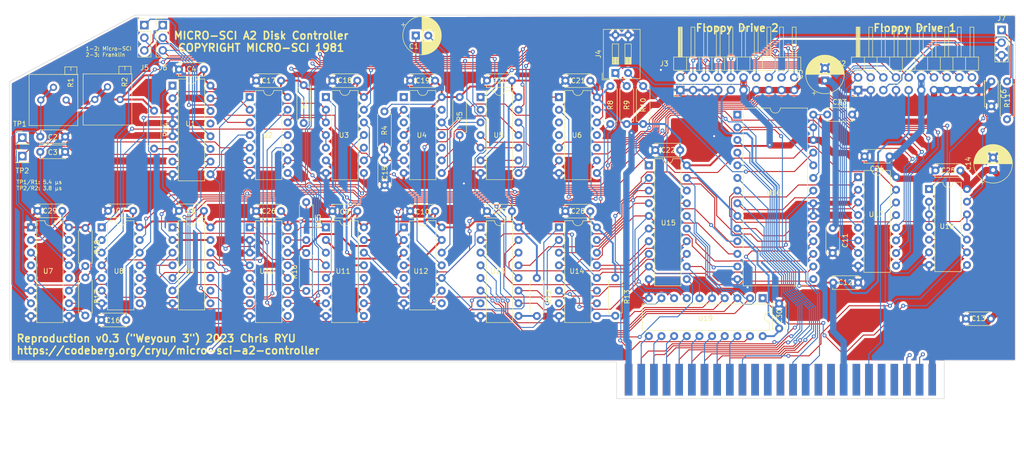
<source format=kicad_pcb>
(kicad_pcb (version 20221018) (generator pcbnew)

  (general
    (thickness 1.6)
  )

  (paper "A4")
  (layers
    (0 "F.Cu" signal)
    (31 "B.Cu" signal)
    (32 "B.Adhes" user "B.Adhesive")
    (33 "F.Adhes" user "F.Adhesive")
    (34 "B.Paste" user)
    (35 "F.Paste" user)
    (36 "B.SilkS" user "B.Silkscreen")
    (37 "F.SilkS" user "F.Silkscreen")
    (38 "B.Mask" user)
    (39 "F.Mask" user)
    (40 "Dwgs.User" user "User.Drawings")
    (41 "Cmts.User" user "User.Comments")
    (42 "Eco1.User" user "User.Eco1")
    (43 "Eco2.User" user "User.Eco2")
    (44 "Edge.Cuts" user)
    (45 "Margin" user)
    (46 "B.CrtYd" user "B.Courtyard")
    (47 "F.CrtYd" user "F.Courtyard")
    (48 "B.Fab" user)
    (49 "F.Fab" user)
    (50 "User.1" user)
    (51 "User.2" user)
    (52 "User.3" user)
    (53 "User.4" user)
    (54 "User.5" user)
    (55 "User.6" user)
    (56 "User.7" user)
    (57 "User.8" user)
    (58 "User.9" user)
  )

  (setup
    (stackup
      (layer "F.SilkS" (type "Top Silk Screen"))
      (layer "F.Paste" (type "Top Solder Paste"))
      (layer "F.Mask" (type "Top Solder Mask") (thickness 0.01))
      (layer "F.Cu" (type "copper") (thickness 0.035))
      (layer "dielectric 1" (type "core") (thickness 1.51) (material "FR4") (epsilon_r 4.5) (loss_tangent 0.02))
      (layer "B.Cu" (type "copper") (thickness 0.035))
      (layer "B.Mask" (type "Bottom Solder Mask") (thickness 0.01))
      (layer "B.Paste" (type "Bottom Solder Paste"))
      (layer "B.SilkS" (type "Bottom Silk Screen"))
      (copper_finish "None")
      (dielectric_constraints no)
    )
    (pad_to_mask_clearance 0)
    (pcbplotparams
      (layerselection 0x00010fc_ffffffff)
      (plot_on_all_layers_selection 0x0000000_00000000)
      (disableapertmacros false)
      (usegerberextensions false)
      (usegerberattributes true)
      (usegerberadvancedattributes true)
      (creategerberjobfile true)
      (dashed_line_dash_ratio 12.000000)
      (dashed_line_gap_ratio 3.000000)
      (svgprecision 4)
      (plotframeref false)
      (viasonmask false)
      (mode 1)
      (useauxorigin false)
      (hpglpennumber 1)
      (hpglpenspeed 20)
      (hpglpendiameter 15.000000)
      (dxfpolygonmode true)
      (dxfimperialunits true)
      (dxfusepcbnewfont true)
      (psnegative false)
      (psa4output false)
      (plotreference true)
      (plotvalue true)
      (plotinvisibletext false)
      (sketchpadsonfab false)
      (subtractmaskfromsilk false)
      (outputformat 1)
      (mirror false)
      (drillshape 1)
      (scaleselection 1)
      (outputdirectory "")
    )
  )

  (net 0 "")
  (net 1 "+5V")
  (net 2 "Net-(U4B-THR)")
  (net 3 "Net-(U7B-RCext)")
  (net 4 "GND")
  (net 5 "Net-(U7A-RCext)")
  (net 6 "Net-(J1-~{DMAIN})")
  (net 7 "Net-(J1-~{INTIN})")
  (net 8 "unconnected-(J1-~{DMA}-Pad22)")
  (net 9 "unconnected-(J1-~{RDY}-Pad21)")
  (net 10 "unconnected-(J1-~{IOSTRB}-Pad20)")
  (net 11 "unconnected-(J1-SYNC-Pad19)")
  (net 12 "R{slash}~{W}")
  (net 13 "unconnected-(J1-A15-Pad17)")
  (net 14 "unconnected-(J1-A14-Pad16)")
  (net 15 "unconnected-(J1-A13-Pad15)")
  (net 16 "unconnected-(J1-A12-Pad14)")
  (net 17 "unconnected-(J1-A11-Pad13)")
  (net 18 "unconnected-(J1-A10-Pad12)")
  (net 19 "unconnected-(J1-A9-Pad11)")
  (net 20 "unconnected-(J1-A8-Pad10)")
  (net 21 "A7")
  (net 22 "A6")
  (net 23 "A5")
  (net 24 "A4")
  (net 25 "A3")
  (net 26 "A2")
  (net 27 "A1")
  (net 28 "A0")
  (net 29 "~{IOSEL}")
  (net 30 "unconnected-(J1-~{NMI}-Pad29)")
  (net 31 "unconnected-(J1-~{IRQ}-Pad30)")
  (net 32 "~{RESET}")
  (net 33 "unconnected-(J1-~{INH}-Pad32)")
  (net 34 "-12V")
  (net 35 "-5V")
  (net 36 "unconnected-(J1-COLORREF{slash}M2B0-Pad35)")
  (net 37 "7M")
  (net 38 "Q3")
  (net 39 "unconnected-(J1-PHI1-Pad38)")
  (net 40 "unconnected-(J1-USER1{slash}SYNC{slash}M2SEL-Pad39)")
  (net 41 "unconnected-(J1-PHI0-Pad40)")
  (net 42 "~{DEVSEL}")
  (net 43 "D7")
  (net 44 "D6")
  (net 45 "D5")
  (net 46 "D4")
  (net 47 "D3")
  (net 48 "D2")
  (net 49 "D1")
  (net 50 "D0")
  (net 51 "+12V")
  (net 52 "PH0")
  (net 53 "PH1")
  (net 54 "PH2")
  (net 55 "PH3")
  (net 56 "~{WREQ}")
  (net 57 "~{EN.A}")
  (net 58 "RD")
  (net 59 "WR")
  (net 60 "PWM")
  (net 61 "~{EN.B}")
  (net 62 "Net-(U4A-THR)")
  (net 63 "Net-(U1-~{MR})")
  (net 64 "Net-(U1-CEP)")
  (net 65 "Net-(J5-Pin_1)")
  (net 66 "Net-(J5-Pin_3)")
  (net 67 "unconnected-(U1-Q1-Pad13)")
  (net 68 "Net-(U1-TC)")
  (net 69 "Net-(U2-Pad3)")
  (net 70 "Net-(U11-D1)")
  (net 71 "CLOCK_0")
  (net 72 "CLOCK_1")
  (net 73 "S_CLK")
  (net 74 "Net-(U2-Pad10)")
  (net 75 "Net-(U12B-Q)")
  (net 76 "Net-(U2-Pad13)")
  (net 77 "Net-(U3-Pad4)")
  (net 78 "Net-(U3-Pad12)")
  (net 79 "Net-(U11-Cp)")
  (net 80 "unconnected-(U4A-DIS-Pad1)")
  (net 81 "unconnected-(U4A-CV-Pad3)")
  (net 82 "Net-(U4A-Q)")
  (net 83 "unconnected-(U4B-R-Pad10)")
  (net 84 "unconnected-(U4B-CV-Pad11)")
  (net 85 "unconnected-(U4B-DIS-Pad13)")
  (net 86 "DRVSEL")
  (net 87 "RW1")
  (net 88 "ENABLE")
  (net 89 "unconnected-(U6-Pad10)")
  (net 90 "unconnected-(U6-Pad11)")
  (net 91 "WRITE")
  (net 92 "unconnected-(U7A-~{Q}-Pad4)")
  (net 93 "unconnected-(U7B-~{Q}-Pad12)")
  (net 94 "DATA_CLK")
  (net 95 "Net-(U8-Pad11)")
  (net 96 "LATCH_D7")
  (net 97 "unconnected-(U9-Pad8)")
  (net 98 "unconnected-(U9-Pad9)")
  (net 99 "unconnected-(U9-Pad10)")
  (net 100 "DATA_RST")
  (net 101 "unconnected-(U10A-Q-Pad6)")
  (net 102 "unconnected-(U10B-~{Q}-Pad9)")
  (net 103 "Net-(U11-D4)")
  (net 104 "Net-(U10B-~{K})")
  (net 105 "Net-(U11-D3)")
  (net 106 "unconnected-(U12A-Q-Pad5)")
  (net 107 "unconnected-(U12B-~{Q}-Pad8)")
  (net 108 "LATCH_D3")
  (net 109 "unconnected-(U13-Dsl-Pad7)")
  (net 110 "LATCH_D6")
  (net 111 "LATCH_D5")
  (net 112 "LATCH_D4")
  (net 113 "unconnected-(U14-Dsl-Pad7)")
  (net 114 "LATCH_D2")
  (net 115 "LATCH_D1")
  (net 116 "LATCH_D0")
  (net 117 "Net-(U15-OE)")
  (net 118 "Net-(U18-Pad2)")
  (net 119 "Net-(J6-Pin_2)")
  (net 120 "Net-(J6-Pin_3)")
  (net 121 "SDATA")
  (net 122 "~{TCNT}")
  (net 123 "~{RDSTS}")
  (net 124 "~{WRITE}")
  (net 125 "SR7")
  (net 126 "RDSTB")
  (net 127 "SS_DATA")
  (net 128 "BR_DATA")
  (net 129 "~{FF_RST}")
  (net 130 "GO")
  (net 131 "U12B_CLK")
  (net 132 "BQ3")
  (net 133 "~{WRT_CLK}")
  (net 134 "U12A_CLK")
  (net 135 "WRT_LD")
  (net 136 "~{SHFTCLK}")
  (net 137 "Net-(U16-A8)")
  (net 138 "Net-(U16-A9)")
  (net 139 "Net-(J2-Pin_5)")
  (net 140 "Net-(J7-Pin_1)")
  (net 141 "Net-(U13-S0)")
  (net 142 "Net-(U14-S0)")
  (net 143 "Net-(U1-D3)")
  (net 144 "Net-(U10B-~{R})")
  (net 145 "Net-(U10B-~{S})")
  (net 146 "Net-(U7A-Clr)")
  (net 147 "Net-(U7B-Clr)")
  (net 148 "Net-(J1-D7)")
  (net 149 "Net-(J1-D6)")
  (net 150 "Net-(J1-D5)")
  (net 151 "Net-(J1-D4)")
  (net 152 "Net-(J1-D3)")
  (net 153 "Net-(J1-D2)")
  (net 154 "Net-(J1-D1)")
  (net 155 "Net-(J1-D0)")
  (net 156 "unconnected-(U16-VPP-Pad1)")
  (net 157 "unconnected-(U6-Pad4)")
  (net 158 "unconnected-(U6-Pad3)")

  (footprint "Package_DIP:DIP-16_W7.62mm" (layer "F.Cu") (at 93.65 103.61))

  (footprint "Capacitor_THT:CP_Radial_D7.5mm_P2.50mm" (layer "F.Cu") (at 209.15 74.15 90))

  (footprint "Capacitor_THT:C_Disc_D5.0mm_W2.5mm_P5.00mm" (layer "F.Cu") (at 51.6 88.45))

  (footprint "Capacitor_THT:C_Disc_D5.0mm_W2.5mm_P5.00mm" (layer "F.Cu") (at 210.7 103.75 -90))

  (footprint "Connector_PinHeader_2.54mm:PinHeader_1x03_P2.54mm_Vertical" (layer "F.Cu") (at 244.6 63.975))

  (footprint "Capacitor_THT:C_Disc_D5.0mm_W2.5mm_P5.00mm" (layer "F.Cu") (at 146.3 74.15 180))

  (footprint "Package_DIP:DIP-16_W7.62mm" (layer "F.Cu") (at 108.95 103.61))

  (footprint "Capacitor_THT:C_Disc_D5.0mm_W2.5mm_P5.00mm" (layer "F.Cu") (at 115.25 100.35 180))

  (footprint "Capacitor_THT:C_Disc_D5.0mm_W2.5mm_P5.00mm" (layer "F.Cu") (at 68.85 122.2 180))

  (footprint "Capacitor_THT:C_Disc_D5.0mm_W2.5mm_P5.00mm" (layer "F.Cu") (at 210.8 114.7))

  (footprint "Connector_PinHeader_2.54mm:PinHeader_1x03_P2.54mm_Vertical" (layer "F.Cu") (at 72.5 63))

  (footprint "Capacitor_THT:C_Disc_D5.0mm_W2.5mm_P5.00mm" (layer "F.Cu") (at 146.3 100.35 180))

  (footprint "Resistor_THT:R_Axial_DIN0207_L6.3mm_D2.5mm_P7.62mm_Horizontal" (layer "F.Cu") (at 172.65 82.86 90))

  (footprint "Capacitor_THT:CP_Radial_D7.5mm_P2.50mm" (layer "F.Cu") (at 127 65.1))

  (footprint "Capacitor_THT:C_Disc_D5.0mm_W2.5mm_P5.00mm" (layer "F.Cu") (at 84.45 100.3 180))

  (footprint "Capacitor_THT:C_Disc_D5.0mm_W2.5mm_P5.00mm" (layer "F.Cu") (at 236.33 92.2 180))

  (footprint "Package_DIP:DIP-14_W7.62mm" (layer "F.Cu") (at 108.95 77.46))

  (footprint "Potentiometer_THT:Potentiometer_Bourns_3299P_Horizontal" (layer "F.Cu") (at 67.64 77.94 -90))

  (footprint "Capacitor_THT:C_Disc_D5.0mm_W2.5mm_P5.00mm" (layer "F.Cu") (at 70.24 100.3 180))

  (footprint "Resistor_THT:R_Axial_DIN0207_L6.3mm_D2.5mm_P7.62mm_Horizontal" (layer "F.Cu") (at 135.8 77.45 -90))

  (footprint "Resistor_THT:R_Axial_DIN0207_L6.3mm_D2.5mm_P7.62mm_Horizontal" (layer "F.Cu") (at 60.65 103.74 -90))

  (footprint "Capacitor_THT:C_Disc_D5.0mm_W2.5mm_P5.00mm" (layer "F.Cu") (at 199.95 123.9 90))

  (footprint "Capacitor_THT:C_Disc_D5.0mm_W2.5mm_P5.00mm" (layer "F.Cu") (at 162.03 74.15 180))

  (footprint "Capacitor_THT:C_Disc_D5.0mm_W2.5mm_P5.00mm" (layer "F.Cu") (at 130.88 100.35 180))

  (footprint "Package_DIP:DIP-14_W7.62mm" (layer "F.Cu") (at 124.58 77.46))

  (footprint "Resistor_THT:R_Axial_DIN0207_L6.3mm_D2.5mm_P7.62mm_Horizontal" (layer "F.Cu") (at 120.7 87.95 90))

  (footprint "Connector_PinHeader_2.54mm:PinHeader_1x03_P2.54mm_Vertical" (layer "F.Cu") (at 76.2 63))

  (footprint "Package_DIP:DIP-20_W7.62mm" (layer "F.Cu") (at 173.78 91.15))

  (footprint "Resistor_THT:R_Axial_DIN0207_L6.3mm_D2.5mm_P7.62mm_Horizontal" (layer "F.Cu") (at 105 98.55 -90))

  (footprint "Capacitor_THT:C_Disc_D5.0mm_W2.5mm_P5.00mm" (layer "F.Cu") (at 162.03 100.35 180))

  (footprint "apple2:Male_Card-Edge_50_pin__100_mil" (layer "F.Cu")
    (tstamp 73508db2-3506-4480-aca3-4c3ce6ca73fb)
    (at 200.2 134.2)
    (descr "A2_BUS")
    (property "Sheetfile" "bus_interface.kicad_sch")
    (property "Sheetname" "Bus Interface")
    (property "ki_description" "Apple II expansion bus")
    (path "/dabf4343-d5f5-4a32-954f-e109c2a00dbf/4ea1c7ee-a1be-4bb5-805a-999e282ee93c")
    (attr through_hole)
    (fp_text reference "J1" (at 0 -5.08) (layer "F.SilkS") hide
        (effects (font (size 1.016 0.762) (thickness 0.127)))
      (tstamp 5b5fab75-9b1e-46ce-918c-d2517bf29ed5)
    )
    (fp_text value "A2Bus" (at 0 5.08) (layer "F.SilkS") hide
        (effects (font (size 1.016 0.762) (thickness 0.127)))
      (tstamp aff57ccf-21db-41c0-9a21-9ad53bca9de1)
    )
    (fp_poly
      (pts
        (xy -32.893 -3.81)
        (xy -31.75 -3.81)
        (xy -31.75 3.81)
        (xy -32.893 3.81)
      )

      (stroke (width 0.001) (type solid)) (fill solid) (layer "B.Mask") (tstamp 4b0d97d0-400f-49db-abe3-29a13b8219c1))
    (fp_poly
      (pts
        (xy 32.893 -3.81)
        (xy 31.75 -3.81)
        (xy 31.75 3.81)
        (xy 32.893 3.81)
      )

      (stroke (width 0.001) (type solid)) (fill solid) (layer "B.Mask") (tstamp 50a0748d-5e7e-4500-aab1-a643683d6b0a))
    (fp_poly
      (pts
        (xy -32.893 -3.81)
        (xy -31.75 -3.81)
        (xy -31.75 3.81)
        (xy -32.893 3.81)
      )

      (stroke (width 0.001) (type solid)) (fill solid) (layer "F.Mask") (tstamp 6db6a2f6-e125-41a5-b2a3-6904769534ca))
    (fp_poly
      (pts
        (xy 32.893 -3.81)
        (xy 31.75 -3.81)
        (xy 31.75 3.81)
        (xy 32.893 3.81)
      )

      (stroke (width 0.001) (type solid)) (fill solid) (layer "F.Mask") (tstamp bec922b0-56e9-4b83-a9cd-da43108ba281))
    (pad "1" smd rect (at -30.48 0 270) (size 6.35 1.524) (layers "F.Cu" "F.Mask")
      (net 29 "~{IOSEL}") (pinfunction "~{IOSEL}") (pintype "output") (solder_mask_margin 0.65) (clearance 0.254) (tstamp 72c8e675-8d24-4182-ba12-eb3de37ee80c))
    (pad "2" smd rect (at -27.94 0 270) (size 6.35 1.524) (layers "F.Cu" "F.Mask")
      (net 28 "A0") (pinfunction "A0") (pintype "bidirectional") (solder_mask_margin 0.65) (clearance 0.254) (tstamp e8732e29-dda7-4bd9-a9fc-51a5fcd6cbb3))
    (pad "3" smd rect (at -25.4 0 270) (size 6.35 1.524) (layers "F.Cu" "F.Mask")
      (net 27 "A1") (pinfunction "A1") (pintype "bidirectional") (solder_mask_margin 0.65) (clearance 0.254) (tstamp e3a1d39e-648f-4709-83f6-f0f5c9b7f3d8))
    (pad "4" smd rect (at -22.86 0 270) (size 6.35 1.524) (layers "F.Cu" "F.Mask")
      (net 26 "A2") (pinfunction "A2") (pintype "bidirectional") (solder_mask_margin 0.65) (clearance 0.254) (tstamp 78031448-1c63-49de-82b4-6cd93f28307b))
    (pad "5" smd rect (at -20.32 0 270) (size 6.35 1.524) (layers "F.Cu" "F.Mask")
      (net 25 "A3") (pinfunction "A3") (pintype "bidirectional") (solder_mask_margin 0.65) (clearance 0.254) (tstamp e2fa773e-faa6-4d7e-84ce-2413ee501f3e))
    (pad "6" smd rect (at -17.78 0 270) (size 6.35 1.524) (layers "F.Cu" "F.Mask")
      (net 24 "A4") (pinfunction "A4") (pintype "bidirectional") (solder_mask_margin 0.65) (clearance 0.254) (tstamp 46d40f8d-e801-4aa7-af03-0b432fe5e231))
    (pad "7" smd rect (at -15.24 0 270) (size 6.35 1.524) (layers "F.Cu" "F.Mask")
      (net 23 "A5") (pinfunction "A5") (pintype "bidirectional") (solder_mask_margin 0.65) (clearance 0.254) (tstamp 761f7047-fe19-477d-a2e9-06ea5e4a7845))
    (pad "8" smd rect (at -12.7 0 270) (size 6.35 1.524) (layers "F.Cu" "F.Mask")
      (net 22 "A6") (pinfunction "A6") (pintype "bidirectional") (solder_mask_margin 0.65) (clearance 0.254) (tstamp 108a3e82-5879-4c6d-8412-9d9366bb673b))
    (pad "9" smd rect (at -10.16 0 270) (size 6.35 1.524) (layers "F.Cu" "F.Mask")
      (net 21 "A7") (pinfunction "A7") (pintype "bidirectional") (solder_mask_margin 0.65) (clearance 0.254) (tstamp 13fb5ed8-39a1-4dd8-b111-ae802da7ade1))
    (pad "10" smd rect (at -7.62 0 270) (size 6.35 1.524) (layers "F.Cu" "F.Mask")
      (net 20 "unconnected-(J1-A8-Pad10)") (pinfunction "A8") (pintype "bidirectional+no_connect") (solder_mask_margin 0.65) (clearance 0.254) (tstamp a994dcb7-08dd-49fb-ab99-8fdea619bb18))
    (pad "11" smd rect (at -5.08 0 270) (size 6.35 1.524) (layers "F.Cu" "F.Mask")
      (net 19 "unconnected-(J1-A9-Pad11)") (pinfunction "A9") (pintype "bidirectional+no_connect") (solder_mask_margin 0.65) (clearance 0.254) (tstamp 5f786b0b-7efb-4f10-ad6f-2cab987fb1a6))
    (pad "12" smd rect (at -2.54 0 270) (size 6.35 1.524) (layers "F.Cu" "F.Mask")
      (net 18 "unconnected-(J1-A10-Pad12)") (pinfunction "A10") (pintype "bidirectional+no_connect") (solder_mask_margin 0.65) (clearance 0.254) (tstamp 16430343-c407-4c34-961b-000650b505ac))
    (pad "13" smd rect (at 0 0 270) (size 6.35 1.524) (layers "F.Cu" "F.Mask")
      (net 17 "unconnected-(J1-A11-Pad13)") (pinfunction "A11") (pintype "bidirectional+no_connect") (solder_mask_margin 0.65) (clearance 0.254) (tstamp 693edeb9-b4b0-4d68-9c46-5e8a1069196c))
    (pad "14" smd rect (at 2.54 0 270) (size 6.35 1.524) (layers "F.Cu" "F.Mask")
      (net 16 "unconnected-(J1-A12-Pad14)") (pinfunction "A12") (pintype "bidirectional+no_connect") (solder_mask_margin 0.65) (clearance 0.254) (tstamp 4b1b2cce-055d-40f9-9ee0-f77fc664da23))
    (pad "15" smd rect (at 5.08 0 270) (size 6.35 1.524) (layers "F.Cu" "F.Mask")
      (net 15 "unconnected-(J1-A13-Pad15)") (pinfunction "A13") (pintype "bidirectional+no_connect") (solder_mask_margin 0.65) (clearance 0.254) (tstamp cfc991c5-4af7-495c-8f6f-40177cae59ce))
    (pad "16" smd rect (at 7.62 0 270) (size 6.35 1.524) (layers "F.Cu" "F.Mask")
      (net 14 "unconnected-(J1-A14-Pad16)") (pinfunction "A14") (pintype "bidirectional+no_connect") (solder_mask_margin 0.65) (clearance 0.254) (tstamp 5820ea93-90ab-4df0-bb1b-13944e784a8b))
    (pad "17" smd rect (at 10.16 0 270) (size 6.35 1.524) (layers "F.Cu" "F.Mask")
      (net 13 "unconnected-(J1-A15-Pad17)") (pinfunction "A15") (pintype "bidirectional+no_connect") (solder_mask_margin 0.65) (clearance 0.254) (tstamp 24a42c8c-8d4e-4f05-89b0-53204f489978))
    (pad "18" smd rect (at 12.7 0 270) (size 6.35 1.524) (layers "F.Cu" "F.Mask")
      (net 12 "R{slash}~{W}") (pinfunction "R/~{W}") (pintype "bidirectional") (solder_mask_margin 0.65) (clearance 0.254) (tstamp 298da0d3-1f07-46da-a2ac-58160892ed03))
    (pad "19" smd rect (at 15.24 0 270) (size 6.35 1.524) (layers "F.Cu" "F.Mask")
      (net 11 "unconnected-(J1-SYNC-Pad19)") (pinfunction "SYNC") (pintype "output+no_connect") (solder_mask_margin 0.65) (clearance 0.254) (tstamp be1adf20-ca2a-48e6-808f-88c827d2d8a1))
    (pad "20" smd rect (at 17.78 0 270) (size 6.35 1.524) (layers "F.Cu" "F.Mask")
      (net 10 "unconnected-(J1-~{IOSTRB}-Pad20)") (pinfunction "~{IOSTRB}") (pintype "output+no_connect") (solder_mask_margin 0.65) (clearance 0.254) (tstamp c5d40151-58eb-4f50-9cf9-c040b7b5691b))
    (pad "21" smd rect (at 20.32 0 270) (size 6.35 1.524) (layers "F.Cu" "F.Mask")
      (net 9 "unconnected-(J1-~{RDY}-Pad21)") (pinfunction "~{RDY}") (pintype "input+no_connect") (solder_mask_margin 0.65) (clearance 0.254) (tstamp 7b0a4a38-534f-4da7-9869-fea5eca7bcbd))
    (pad "22" smd rect (at 22.86 0 270) (size 6.35 1.524) (layers "F.Cu" "F.Mask")
      (net 8 "unconnected-(J1-~{DMA}-Pad22)") (pinfunction "~{DMA}") (pintype "input+no_connect") (solder_mask_margin 0.65) (clearance 0.254) (tstamp 8ebcbd68-9f46-45e7-8150-1175628c1b45))
    (pad "23" smd rect (at 25.4 0 270) (size 6.35 1.524) (layers "F.Cu" "F.Mask")
      (net 7 "Net-(J1-~{INTIN})") (pinfunction "~{INTOUT}") (pintype "input") (solder_mask_margin 0.65) (clearance 0.254) (tstamp 5754c7d9-215a-4edb-a4cc-a6b31a29ed5d))
    (pad "24" smd rect (at 27.94 0 270) (size 6.35 1.524) (layers "F.Cu" "F.Mask")
      (net 6 "Net-(J1-~{DMAIN})") (pinfunction "~{DMAOUT}") (pintype "input") (solder_mask_margin 0.65) (clearance 0.254) (tstamp e5747ae9-f6f2-4f18-a703-c18a967d12f2))
    (pad "25" smd rect (at 30.48 0 270) (size 6.35 1.524) (layers "F.Cu" "F.Mask")
      (net 1 "+5V") (pinfunction "+5V") (pintype "power_out") (solder_mask_margin 0.65) (clearance 0.254) (tstamp 60a9ebad-1eef-4d08-bd75-721dc39799e5))
    (pad "26" smd rect (at 30.48 0 270) (size 6.35 1.524) (layers "B.Cu" "B.Mask")
      (net 4 "GND") (pinfunction "GND") (pintype "power_out") (solder_mask_margin 0.65) (clearance 0.254) (tstamp 43636780-dbf8-415f-a2af-63bc07c3e8ae))
    (pad "27" smd rect (at 27.94 0 270) (size 6.35 1.524) (layers "B.Cu" "B.Mask")
      (net 6 "Net-(J1-~{DMAIN})") (pinfunction "~{DMAIN}") (pintype "output") (solder_mask_margin 0.65) (clearance 0.254) (tstamp 3f043710-eccd-48c6-8959-e3738a187402))
    (pad "28" smd rect (at 25.4 0 270) (size 6.35 1.524) (layers "B.Cu" "B.Mask")
      (net 7 "Net-(J1-~{INTIN})") (pinfunction "~{INTIN}") (pintype "output") (solder_mask_margin 0.65) (clearance 0.254) (tstamp 8e942f7f-09a3-40ff-a65d-b68f50f21a54))
    (pad "29" smd rect (at 22.86 0 270) (size 6.35 1.524) (layers "B.Cu" "B.Mask")
      (net 30 "unconnected-(J1-~{NMI}-Pad29)") (pinfunction "~{NMI}") (pintype "input+no_connect") (solder_mask_margin 0.65) (clearance 0.254) (tstamp 4c022642-e608-427d-9113-ef18c24f8f8f))
    (pad "30" smd rect (at 20.32 0 270) (size 6.35 1.524) (layers "B.Cu" "B.Mask")
      (net 31 "unconnected-(J1-~{IRQ}-Pad30)") (pinfunction "~{IRQ}") (pintype "input+no_connect") (solder_mask_margin 0.65) (clearance 0.254) (tstamp eaa305b0-190e-41dc-b912-be9bd2f177f3))
    (pad "31" smd rect (at 17.78 0 270) (size 6.35 1.524) (layers "B.Cu" "B.Mask")
      (net 32 "~{RESET}") (pinfunction "~{RES}") (pintype "bidirectional") (solder_mask_margin 0.65) (clearance 0.254) (tstamp bee4449d-9fce-4c53-a421-5cf9c2ebae7e))
    (pad "32" smd rect (at 15.24 0 270) (size 6.35 1.524) (layers "B.Cu" "B.Mask")
      (net 33 "unconnected-(J1-~{INH}-Pad32)") (pinfunction "~{INH}") (pintype "input+no_connect") (solder_mask_margin 0.65) (clearance 0.254) (tstamp 1083c136-5b14-4d6e-924d-404c12bbe850))
    (pad "33" smd rect (at 12.7 0 270) (size 6.35 1.524) (layers "B.Cu" "B.Mask")
      (net 34 "-12V") (pinfunction "-12V") (pintype "power_out") (solder_mask_margin 0.65) (clearance 0.254) (tstamp a617285e-fa17-43f7-82d7-93fd5d2b0be5))
    (pad "34" smd rect (at 10.16 0 270) (size 6.35 1.524) (layers "B.Cu" "B.Mask")
      (net 35 "-5V") (pinfunction "-5V") (pintype "power_out") (solder_mask_margin 0.65) (clearance 0.254) (tstamp 3473b0ab-f4a1-4689-9510-461dbc2f7444))
    (pad "35" smd rect (at 7.62 0 270) (size 6.35 1.524) (layers "B.Cu" "B.Mask")
      (net 36 "unconnected-(J1-COLORREF{slash}M2B0-Pad35)") (pinfunction "COLORREF/M2B0") (pintype "output+no_connect") (solder_mask_margin 0.65) (clearance 0.254) (tstamp 29f7756d-240b-45c4-aa91-86b1d15bffe6))
    (pad "36" smd rect (at 5.08 0 270) (size 6.35 1.524) (layers "B.Cu" "B.Mask")
      (net 37 "7M") (pinfunction "7M") (pintype "output") (solder_mask_margin 0.65) (clearance 0.254) (tstamp 403250ad-2eea-4a6f-84ae-efefe4cb0c84))
    (pad "37" smd rect (at 2.54 0 270) (size 6.35 1.524) (layers "B.Cu" "B.Mask")
      (net 38 "Q3") (pinfunction "Q3") (pintype "output") (solder_mask_margin 0.65) (clearance 0.254) (tstamp 5e9f0c8c-6b3b-4769-8528-676ff4343b09))
    (pad "38" smd rect (at 0 0 270) (size 6.35 1.524) (layers "B.Cu" "B.Mask")
      (net 39 "unconnected-(J1-PHI1-Pad38)") (pinfunction "PHI1") (pintype "output+no_connect") (solder_mask_margin 0.65) (clearance 0.254) (tstamp 488082cf-3796-4786-91c6-ea692e20708a))
    (pad "39" smd rect (at -2.54 0 270) (size 6.35 1.524) (layers "B.Cu" "B.Mask")
      (net 40 "unconnected-(J1-USER1{slash}SYNC{slash}M2SEL-Pad39)") (pinfunction "USER1/SYNC/M2SEL") (pintype "output+no_connect") (solder_mask_margin 0.65) (clearance 0.254) (tstamp 6e1eb4d4-1485-4543-9c60-3a185e98d393))
    (pad "40" smd rect (at -5.08 0 270) (size 6.35 1.524) (layers "B.Cu" "B.Mask")
      (net 41 "unconnected-(J1-PHI0-Pad40)") (pinfunction "PHI0") (pintype "output+no_connect") (solder_mask_margin 0.65) (clearance 0.254) (tstamp 1e102bb7-d600-4e0b-b441-9ef6f693231e))
    (pad "41" smd rect (at -7.62 0 270) (size 6.35 1.524) (layers "B.Cu" "B.Mask")
      (net 42 "~{DEVSEL}") (pinfunction "~{DEVSEL}") (pintype "output") (solder_mask_margin 0.65) (clearance 0.254) (tstamp d98b2f8e-37f5-442f-a0a2-e729c6845714))
    (pad "42" smd rect (at -10.16 0 270) (size 6.35 1.524) (layers "B.Cu" "B.Mask")
      (net 148 "Net-(J1-D7)") (pinfunction "D7") (pintype "bidirectional") (solder_mask_margin 0.65) (clearance 0.254) (tstamp 3a38669d-1656-40b6-8adb-957759342507))
    (pad "43" smd rect (at -12.7 0 270) (size 6.35 1.524) (layers "B.Cu" "B.Mask")
      (net 149 "Net-(J1-D6)") (pinfunction "D6") (pintype "bidirectional") (solder_mask_margin 0.65) (clearanc
... [1811914 chars truncated]
</source>
